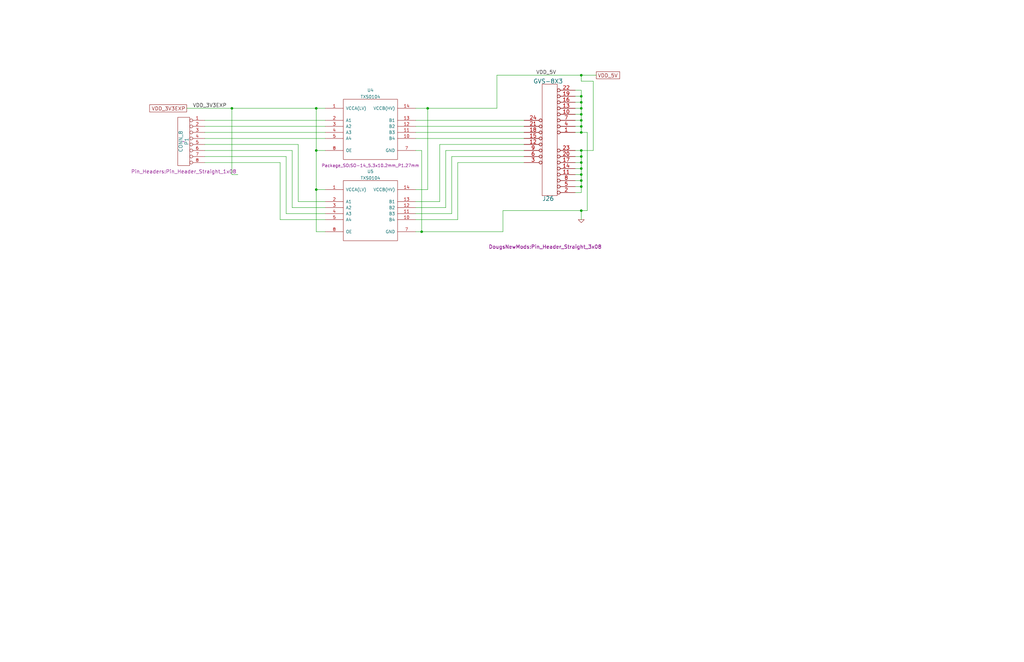
<source format=kicad_sch>
(kicad_sch (version 20211123) (generator eeschema)
  (paper "B")
  (title_block (title "BeagleBone Cape Baseline") (date "24 feb 2015") (rev "X4") (company "Doug Gilliland <doug@douglasgilliland.com>") (comment 1 "https://github.com/douggilliland/"))
  (lib_symbols
    (symbol "BBB-GVS-4-rescue:CONN_8" (pin_names (offset 1.016) hide)
      (property "Reference" "P" (at -1.27 0 90))
      (property "Value" "CONN_8" (at 1.27 0 90))
      (symbol "CONN_8_0_1"
        (rectangle (start -2.54 10.16) (end 2.54 -10.16))
      )
      (symbol "CONN_8_1_1"
        (pin passive inverted (at -8.89 8.89 0) (length 6.35) (name "P1") (number "1"))
        (pin passive inverted (at -8.89 6.35 0) (length 6.35) (name "P2") (number "2"))
        (pin passive inverted (at -8.89 3.81 0) (length 6.35) (name "P3") (number "3"))
        (pin passive inverted (at -8.89 1.27 0) (length 6.35) (name "P4") (number "4"))
        (pin passive inverted (at -8.89 -1.27 0) (length 6.35) (name "P5") (number "5"))
        (pin passive inverted (at -8.89 -3.81 0) (length 6.35) (name "P6") (number "6"))
        (pin passive inverted (at -8.89 -6.35 0) (length 6.35) (name "P7") (number "7"))
        (pin passive inverted (at -8.89 -8.89 0) (length 6.35) (name "P8") (number "8"))
      )
    )
    (symbol "BBB-GVS-4-rescue:GND-RESCUE-BBB-GVS-3" (power) (pin_names (offset 0))
      (symbol "GND-RESCUE-BBB-GVS-3_0_1"
        (polyline (pts (xy -1.27 0) (xy 0 -1.27) (xy 1.27 0) (xy -1.27 0)))
      )
      (symbol "GND-RESCUE-BBB-GVS-3_1_1"
        (pin power_in line (at 0 0 90) (length 0) hide (name "GND") (number "1"))
      )
    )
    (symbol "BBB-GVS-4-rescue:GVS-8X3" (pin_names (offset 1.016) hide)
      (property "Reference" "U" (at 1.27 24.13 0))
      (property "Value" "GVS-8X3" (at 1.27 -25.4 0))
      (symbol "GVS-8X3_0_1"
        (polyline (pts (xy -1.27 -24.13) (xy 5.08 -24.13)))
        (polyline (pts (xy -1.27 22.86) (xy -1.27 -24.13)))
        (polyline (pts (xy 5.08 -24.13) (xy 5.08 22.86)))
        (polyline (pts (xy 5.08 22.86) (xy -1.27 22.86)))
      )
      (symbol "GVS-8X3_1_1"
        (pin passive inverted (at 12.7 -3.81 180) (length 7.62) (name "G") (number "1"))
        (pin passive inverted (at 12.7 -11.43 180) (length 7.62) (name "10") (number "10"))
        (pin passive inverted (at 12.7 13.97 180) (length 7.62) (name "11") (number "11"))
        (pin passive inverted (at -8.89 1.27 0) (length 7.62) (name "12") (number "12"))
        (pin passive inverted (at 12.7 -13.97 180) (length 7.62) (name "13") (number "13"))
        (pin passive inverted (at 12.7 11.43 180) (length 7.62) (name "14") (number "14"))
        (pin passive inverted (at -8.89 -1.27 0) (length 7.62) (name "15") (number "15"))
        (pin passive inverted (at 12.7 -16.51 180) (length 7.62) (name "16") (number "16"))
        (pin passive inverted (at 12.7 8.89 180) (length 7.62) (name "17") (number "17"))
        (pin passive inverted (at -8.89 -3.81 0) (length 7.62) (name "18") (number "18"))
        (pin passive inverted (at 12.7 -19.05 180) (length 7.62) (name "19") (number "19"))
        (pin passive inverted (at 12.7 21.59 180) (length 7.62) (name "V") (number "2"))
        (pin passive inverted (at 12.7 6.35 180) (length 7.62) (name "20") (number "20"))
        (pin passive inverted (at -8.89 -6.35 0) (length 7.62) (name "21") (number "21"))
        (pin passive inverted (at 12.7 -21.59 180) (length 7.62) (name "22") (number "22"))
        (pin passive inverted (at 12.7 3.81 180) (length 7.62) (name "23") (number "23"))
        (pin passive inverted (at -8.89 -8.89 0) (length 7.62) (name "24") (number "24"))
        (pin passive inverted (at -8.89 8.89 0) (length 7.62) (name "3") (number "3"))
        (pin passive inverted (at 12.7 -6.35 180) (length 7.62) (name "4") (number "4"))
        (pin passive inverted (at 12.7 19.05 180) (length 7.62) (name "5") (number "5"))
        (pin passive inverted (at -8.89 6.35 0) (length 7.62) (name "6") (number "6"))
        (pin passive inverted (at 12.7 -8.89 180) (length 7.62) (name "7") (number "7"))
        (pin passive inverted (at 12.7 16.51 180) (length 7.62) (name "8") (number "8"))
        (pin passive inverted (at -8.89 3.81 0) (length 7.62) (name "9") (number "9"))
      )
    )
    (symbol "LandBoards_Semis:TXS0104" (pin_names (offset 1.016))
      (property "Reference" "U" (at -2.54 13.97 0))
      (property "Value" "TXS0104" (at -1.27 -13.97 0))
      (symbol "TXS0104_1_0"
        (rectangle (start -11.43 -12.7) (end 11.43 12.7))
      )
      (symbol "TXS0104_1_1"
        (pin passive line (at -19.05 8.89 0) (length 7.62) (name "VCCA(LV)") (number "1"))
        (pin bidirectional line (at 19.05 -3.81 180) (length 7.62) (name "B4") (number "10"))
        (pin bidirectional line (at 19.05 -1.27 180) (length 7.62) (name "B3") (number "11"))
        (pin bidirectional line (at 19.05 1.27 180) (length 7.62) (name "B2") (number "12"))
        (pin bidirectional line (at 19.05 3.81 180) (length 7.62) (name "B1") (number "13"))
        (pin passive line (at 19.05 8.89 180) (length 7.62) (name "VCCB(HV)") (number "14"))
        (pin bidirectional line (at -19.05 3.81 0) (length 7.62) (name "A1") (number "2"))
        (pin bidirectional line (at -19.05 1.27 0) (length 7.62) (name "A2") (number "3"))
        (pin bidirectional line (at -19.05 -1.27 0) (length 7.62) (name "A3") (number "4"))
        (pin bidirectional line (at -19.05 -3.81 0) (length 7.62) (name "A4") (number "5"))
        (pin passive line (at 19.05 -8.89 180) (length 7.62) (name "GND") (number "7"))
        (pin input line (at -19.05 -8.89 0) (length 7.62) (name "OE") (number "8"))
      )
    )
  )
  (junction (at 245.11 88.9))
  (junction (at 177.8 97.79))
  (junction (at 245.11 68.58))
  (junction (at 245.11 76.2))
  (junction (at 133.35 45.72))
  (junction (at 245.11 66.04))
  (junction (at 97.79 45.72))
  (junction (at 245.11 31.75))
  (junction (at 245.11 45.72))
  (junction (at 245.11 40.64))
  (junction (at 245.11 48.26))
  (junction (at 245.11 43.18))
  (junction (at 180.34 45.72))
  (junction (at 245.11 55.88))
  (junction (at 245.11 53.34))
  (junction (at 245.11 73.66))
  (junction (at 133.35 80.01))
  (junction (at 133.35 63.5))
  (junction (at 245.11 71.12))
  (junction (at 245.11 78.74))
  (junction (at 245.11 63.5))
  (junction (at 245.11 50.8))
  (wire (pts (xy 187.96 63.5) (xy 220.98 63.5)))
  (wire (pts (xy 242.57 73.66) (xy 245.11 73.66)))
  (wire (pts (xy 175.26 55.88) (xy 220.98 55.88)))
  (wire (pts (xy 86.36 68.58) (xy 118.11 68.58)))
  (wire (pts (xy 177.8 97.79) (xy 212.09 97.79)))
  (wire (pts (xy 86.36 55.88) (xy 137.16 55.88)))
  (wire (pts (xy 175.26 53.34) (xy 220.98 53.34)))
  (wire (pts (xy 245.11 92.71) (xy 245.11 88.9)))
  (wire (pts (xy 97.79 73.66) (xy 100.33 73.66)))
  (wire (pts (xy 245.11 38.1) (xy 245.11 40.64)))
  (wire (pts (xy 209.55 45.72) (xy 209.55 31.75)))
  (wire (pts (xy 245.11 71.12) (xy 245.11 68.58)))
  (wire (pts (xy 242.57 38.1) (xy 245.11 38.1)))
  (wire (pts (xy 175.26 63.5) (xy 177.8 63.5)))
  (wire (pts (xy 242.57 45.72) (xy 245.11 45.72)))
  (wire (pts (xy 137.16 87.63) (xy 123.19 87.63)))
  (wire (pts (xy 133.35 63.5) (xy 133.35 45.72)))
  (wire (pts (xy 212.09 88.9) (xy 212.09 97.79)))
  (wire (pts (xy 175.26 58.42) (xy 220.98 58.42)))
  (wire (pts (xy 86.36 50.8) (xy 137.16 50.8)))
  (wire (pts (xy 245.11 53.34) (xy 245.11 55.88)))
  (wire (pts (xy 242.57 43.18) (xy 245.11 43.18)))
  (wire (pts (xy 137.16 90.17) (xy 120.65 90.17)))
  (wire (pts (xy 245.11 48.26) (xy 245.11 50.8)))
  (wire (pts (xy 175.26 85.09) (xy 185.42 85.09)))
  (wire (pts (xy 133.35 45.72) (xy 137.16 45.72)))
  (wire (pts (xy 175.26 50.8) (xy 220.98 50.8)))
  (wire (pts (xy 86.36 60.96) (xy 125.73 60.96)))
  (wire (pts (xy 245.11 63.5) (xy 250.19 63.5)))
  (wire (pts (xy 78.74 45.72) (xy 97.79 45.72)))
  (wire (pts (xy 185.42 60.96) (xy 220.98 60.96)))
  (wire (pts (xy 137.16 97.79) (xy 133.35 97.79)))
  (wire (pts (xy 177.8 63.5) (xy 177.8 97.79)))
  (wire (pts (xy 245.11 73.66) (xy 245.11 71.12)))
  (wire (pts (xy 242.57 66.04) (xy 245.11 66.04)))
  (wire (pts (xy 86.36 66.04) (xy 120.65 66.04)))
  (wire (pts (xy 242.57 53.34) (xy 245.11 53.34)))
  (wire (pts (xy 250.19 34.29) (xy 250.19 63.5)))
  (wire (pts (xy 245.11 88.9) (xy 212.09 88.9)))
  (wire (pts (xy 185.42 85.09) (xy 185.42 60.96)))
  (wire (pts (xy 245.11 50.8) (xy 245.11 53.34)))
  (wire (pts (xy 86.36 58.42) (xy 137.16 58.42)))
  (wire (pts (xy 242.57 81.28) (xy 245.11 81.28)))
  (wire (pts (xy 175.26 92.71) (xy 193.04 92.71)))
  (wire (pts (xy 193.04 92.71) (xy 193.04 68.58)))
  (wire (pts (xy 245.11 68.58) (xy 245.11 66.04)))
  (wire (pts (xy 175.26 45.72) (xy 180.34 45.72)))
  (wire (pts (xy 245.11 31.75) (xy 245.11 34.29)))
  (wire (pts (xy 175.26 97.79) (xy 177.8 97.79)))
  (wire (pts (xy 245.11 55.88) (xy 247.65 55.88)))
  (wire (pts (xy 175.26 80.01) (xy 180.34 80.01)))
  (wire (pts (xy 242.57 48.26) (xy 245.11 48.26)))
  (wire (pts (xy 242.57 63.5) (xy 245.11 63.5)))
  (wire (pts (xy 175.26 87.63) (xy 187.96 87.63)))
  (wire (pts (xy 245.11 66.04) (xy 245.11 63.5)))
  (wire (pts (xy 190.5 90.17) (xy 190.5 66.04)))
  (wire (pts (xy 118.11 92.71) (xy 118.11 68.58)))
  (wire (pts (xy 247.65 55.88) (xy 247.65 88.9)))
  (wire (pts (xy 245.11 76.2) (xy 245.11 73.66)))
  (wire (pts (xy 120.65 90.17) (xy 120.65 66.04)))
  (wire (pts (xy 245.11 45.72) (xy 245.11 48.26)))
  (wire (pts (xy 187.96 87.63) (xy 187.96 63.5)))
  (wire (pts (xy 193.04 68.58) (xy 220.98 68.58)))
  (wire (pts (xy 242.57 76.2) (xy 245.11 76.2)))
  (wire (pts (xy 242.57 71.12) (xy 245.11 71.12)))
  (wire (pts (xy 245.11 43.18) (xy 245.11 45.72)))
  (wire (pts (xy 175.26 90.17) (xy 190.5 90.17)))
  (wire (pts (xy 242.57 68.58) (xy 245.11 68.58)))
  (wire (pts (xy 245.11 78.74) (xy 245.11 76.2)))
  (wire (pts (xy 133.35 80.01) (xy 133.35 63.5)))
  (wire (pts (xy 133.35 97.79) (xy 133.35 80.01)))
  (wire (pts (xy 242.57 78.74) (xy 245.11 78.74)))
  (wire (pts (xy 137.16 85.09) (xy 125.73 85.09)))
  (wire (pts (xy 97.79 45.72) (xy 133.35 45.72)))
  (wire (pts (xy 180.34 45.72) (xy 209.55 45.72)))
  (wire (pts (xy 242.57 40.64) (xy 245.11 40.64)))
  (wire (pts (xy 137.16 63.5) (xy 133.35 63.5)))
  (wire (pts (xy 97.79 45.72) (xy 97.79 73.66)))
  (wire (pts (xy 180.34 45.72) (xy 180.34 80.01)))
  (wire (pts (xy 123.19 87.63) (xy 123.19 63.5)))
  (wire (pts (xy 245.11 31.75) (xy 251.46 31.75)))
  (wire (pts (xy 86.36 63.5) (xy 123.19 63.5)))
  (wire (pts (xy 137.16 92.71) (xy 118.11 92.71)))
  (wire (pts (xy 86.36 53.34) (xy 137.16 53.34)))
  (wire (pts (xy 133.35 80.01) (xy 137.16 80.01)))
  (wire (pts (xy 245.11 40.64) (xy 245.11 43.18)))
  (wire (pts (xy 242.57 50.8) (xy 245.11 50.8)))
  (wire (pts (xy 190.5 66.04) (xy 220.98 66.04)))
  (wire (pts (xy 245.11 34.29) (xy 250.19 34.29)))
  (wire (pts (xy 242.57 55.88) (xy 245.11 55.88)))
  (wire (pts (xy 125.73 85.09) (xy 125.73 60.96)))
  (wire (pts (xy 209.55 31.75) (xy 245.11 31.75)))
  (wire (pts (xy 245.11 81.28) (xy 245.11 78.74)))
  (wire (pts (xy 247.65 88.9) (xy 245.11 88.9)))
  (label "VDD_5V" (at 226.06 31.75 0) (effects (font (size 1.524 1.524))))
  (label "VDD_3V3EXP" (at 81.28 45.72 0) (effects (font (size 1.524 1.524))))
  (global_label "VDD_5V" (shape passive) (at 251.46 31.75 0) (effects (font (size 1.524 1.524))) (property "Intersheet References" "${INTERSHEET_REFS}" (effects hide)))
  (global_label "VDD_3V3EXP" (shape passive) (at 78.74 45.72 180) (effects (font (size 1.524 1.524))) (property "Intersheet References" "${INTERSHEET_REFS}" (effects hide)))
  (symbol (lib_id "BBB-GVS-4-rescue:CONN_8") (at 77.47 59.69 0) (mirror y) (unit 1)
    (property "Reference" "P1" (at 78.74 59.69 90) (effects (font (size 1.524 1.524))))
    (property "Value" "CONN_8" (at 76.2 59.69 90) (effects (font (size 1.524 1.524))))
    (property "Footprint" "Pin_Headers:Pin_Header_Straight_1x08" (at 77.47 72.39 0) (effects (font (size 1.524 1.524))))
    (property "Datasheet" "~" (at 77.47 59.69 0) (effects (font (size 1.524 1.524))))
  )
  (symbol (lib_id "BBB-GVS-4-rescue:GND-RESCUE-BBB-GVS-3") (at 245.11 92.71 0) (unit 1)
    (property "Reference" "#PWR09" (effects hide))
    (property "Value" "GND" (effects hide))
  )
  (symbol (lib_id "BBB-GVS-4-rescue:GVS-8X3") (at 229.87 59.69 0) (mirror x) (unit 1)
    (property "Reference" "J26" (at 231.14 83.82 0) (effects (font (size 1.778 1.778))))
    (property "Value" "GVS-8X3" (at 231.14 34.29 0) (effects (font (size 1.778 1.778))))
    (property "Footprint" "DougsNewMods:Pin_Header_Straight_3x08" (at 229.87 104.14 0) (effects (font (size 1.524 1.524))))
  )
  (symbol (lib_id "LandBoards_Semis:TXS0104") (at 156.21 88.9 0) (unit 1)
    (property "Reference" "U5" (at 156.21 72.3605 0))
    (property "Value" "TXS0104" (at 156.21 75.1356 0))
    (property "Footprint" "Package_SO:SO-14_5.3x10.2mm_P1.27mm" (effects hide))
    (property "Datasheet" "DOCUMENTATION" (effects hide))
  )
  (symbol (lib_id "LandBoards_Semis:TXS0104") (at 156.21 54.61 0) (unit 1)
    (property "Reference" "U4" (at 156.21 38.0705 0))
    (property "Value" "TXS0104" (at 156.21 40.8456 0))
    (property "Footprint" "Package_SO:SO-14_5.3x10.2mm_P1.27mm" (at 156.21 69.85 0))
    (property "Datasheet" "DOCUMENTATION" (effects hide))
  )
)
</source>
